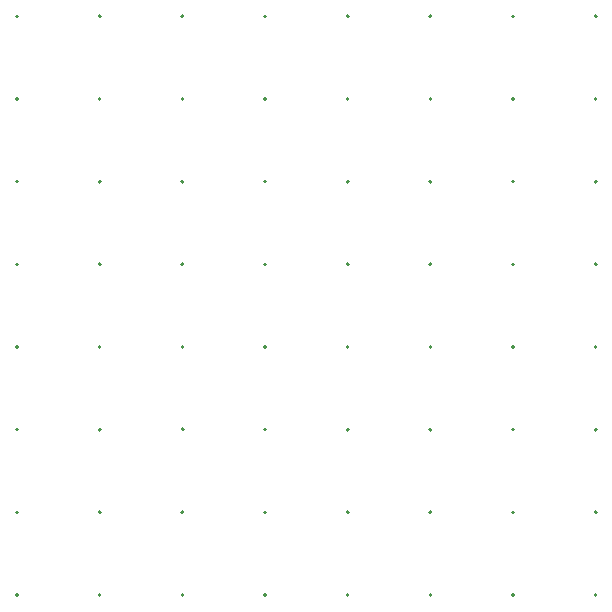
<source format=gbr>
%TF.GenerationSoftware,Altium Limited,Altium Designer,21.6.1 (37)*%
G04 Layer_Color=65535*
%FSLAX43Y43*%
%MOMM*%
%TF.SameCoordinates,0B018110-BEA4-4537-A367-E08E1C829F5E*%
%TF.FilePolarity,Positive*%
%TF.FileFunction,Legend,Top*%
%TF.Part,Single*%
G01*
G75*
%TA.AperFunction,NonConductor*%
%ADD22C,0.200*%
D22*
X28560Y11778D02*
G03*
X28560Y11778I-100J0D01*
G01*
X560Y53778D02*
G03*
X560Y53778I-100J0D01*
G01*
X7560D02*
G03*
X7560Y53778I-100J0D01*
G01*
X14560D02*
G03*
X14560Y53778I-100J0D01*
G01*
X21560D02*
G03*
X21560Y53778I-100J0D01*
G01*
X28560D02*
G03*
X28560Y53778I-100J0D01*
G01*
X35560D02*
G03*
X35560Y53778I-100J0D01*
G01*
X42560D02*
G03*
X42560Y53778I-100J0D01*
G01*
X49560D02*
G03*
X49560Y53778I-100J0D01*
G01*
X560Y46778D02*
G03*
X560Y46778I-100J0D01*
G01*
X7560D02*
G03*
X7560Y46778I-100J0D01*
G01*
X14560D02*
G03*
X14560Y46778I-100J0D01*
G01*
X21560D02*
G03*
X21560Y46778I-100J0D01*
G01*
X28560D02*
G03*
X28560Y46778I-100J0D01*
G01*
X35560D02*
G03*
X35560Y46778I-100J0D01*
G01*
X42560D02*
G03*
X42560Y46778I-100J0D01*
G01*
X49560D02*
G03*
X49560Y46778I-100J0D01*
G01*
X560Y39778D02*
G03*
X560Y39778I-100J0D01*
G01*
X7560D02*
G03*
X7560Y39778I-100J0D01*
G01*
X14560D02*
G03*
X14560Y39778I-100J0D01*
G01*
X21560D02*
G03*
X21560Y39778I-100J0D01*
G01*
X28560D02*
G03*
X28560Y39778I-100J0D01*
G01*
X35560D02*
G03*
X35560Y39778I-100J0D01*
G01*
X42560D02*
G03*
X42560Y39778I-100J0D01*
G01*
X49560D02*
G03*
X49560Y39778I-100J0D01*
G01*
X560Y32778D02*
G03*
X560Y32778I-100J0D01*
G01*
X7560D02*
G03*
X7560Y32778I-100J0D01*
G01*
X14560D02*
G03*
X14560Y32778I-100J0D01*
G01*
X21560D02*
G03*
X21560Y32778I-100J0D01*
G01*
X28560D02*
G03*
X28560Y32778I-100J0D01*
G01*
X35560D02*
G03*
X35560Y32778I-100J0D01*
G01*
X42560D02*
G03*
X42560Y32778I-100J0D01*
G01*
X49560D02*
G03*
X49560Y32778I-100J0D01*
G01*
X560Y25778D02*
G03*
X560Y25778I-100J0D01*
G01*
X7560D02*
G03*
X7560Y25778I-100J0D01*
G01*
X14560D02*
G03*
X14560Y25778I-100J0D01*
G01*
X21560D02*
G03*
X21560Y25778I-100J0D01*
G01*
X28560D02*
G03*
X28560Y25778I-100J0D01*
G01*
X35560D02*
G03*
X35560Y25778I-100J0D01*
G01*
X42560D02*
G03*
X42560Y25778I-100J0D01*
G01*
X49560D02*
G03*
X49560Y25778I-100J0D01*
G01*
X560Y18778D02*
G03*
X560Y18778I-100J0D01*
G01*
X7560D02*
G03*
X7560Y18778I-100J0D01*
G01*
X14590Y18799D02*
G03*
X14590Y18799I-100J0D01*
G01*
X21560Y18778D02*
G03*
X21560Y18778I-100J0D01*
G01*
X28560D02*
G03*
X28560Y18778I-100J0D01*
G01*
X35560D02*
G03*
X35560Y18778I-100J0D01*
G01*
X42560D02*
G03*
X42560Y18778I-100J0D01*
G01*
X49560D02*
G03*
X49560Y18778I-100J0D01*
G01*
X560Y11778D02*
G03*
X560Y11778I-100J0D01*
G01*
X7560D02*
G03*
X7560Y11778I-100J0D01*
G01*
X14560D02*
G03*
X14560Y11778I-100J0D01*
G01*
X21560D02*
G03*
X21560Y11778I-100J0D01*
G01*
X35560D02*
G03*
X35560Y11778I-100J0D01*
G01*
X42560D02*
G03*
X42560Y11778I-100J0D01*
G01*
X49560D02*
G03*
X49560Y11778I-100J0D01*
G01*
X560Y4778D02*
G03*
X560Y4778I-100J0D01*
G01*
X7560D02*
G03*
X7560Y4778I-100J0D01*
G01*
X14560D02*
G03*
X14560Y4778I-100J0D01*
G01*
X21560D02*
G03*
X21560Y4778I-100J0D01*
G01*
X28560D02*
G03*
X28560Y4778I-100J0D01*
G01*
X35560D02*
G03*
X35560Y4778I-100J0D01*
G01*
X42560D02*
G03*
X42560Y4778I-100J0D01*
G01*
X49560D02*
G03*
X49560Y4778I-100J0D01*
G01*
%TF.MD5,5936c59268b4d85fdecddf3c7228f2d5*%
M02*

</source>
